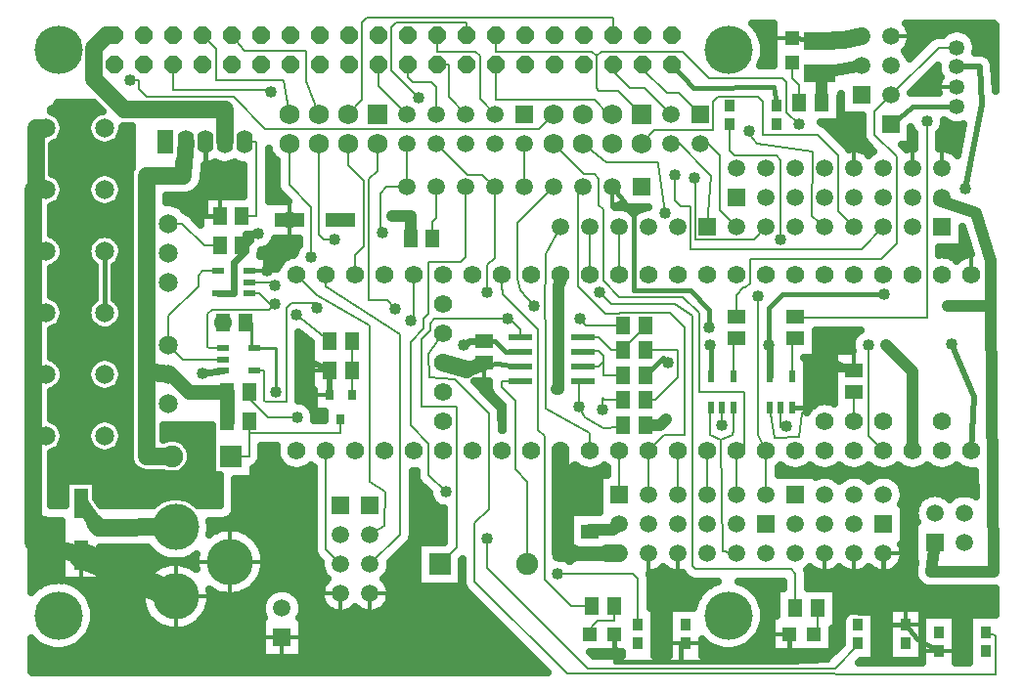
<source format=gtl>
G04 DipTrace 3.0.0.2*
G04 TeensyArbotixProRPIT3.6.gtl*
%MOIN*%
G04 #@! TF.FileFunction,Copper,L1,Top*
G04 #@! TF.Part,Single*
%AMOUTLINE0*5,1,8,0,0,0.065199,-22.499571*%
G04 #@! TA.AperFunction,ViaPad*
%ADD13C,0.04*%
G04 #@! TA.AperFunction,Conductor*
%ADD14C,0.01*%
%ADD15C,0.06*%
%ADD16C,0.023622*%
%ADD17C,0.015*%
%ADD18C,0.018*%
%ADD19C,0.008*%
%ADD20C,0.007*%
%ADD21C,0.09*%
%ADD22C,0.056*%
%ADD23C,0.059055*%
%ADD25C,0.075*%
%ADD26C,0.05*%
%ADD27C,0.051181*%
G04 #@! TA.AperFunction,CopperBalancing*
%ADD28C,0.025*%
G04 #@! TA.AperFunction,Conductor*
%ADD29C,0.02*%
%ADD30C,0.08*%
G04 #@! TA.AperFunction,CopperBalancing*
%ADD32C,0.013*%
%ADD33R,0.051181X0.059055*%
%ADD35R,0.05X0.1*%
%ADD36R,0.1X0.05*%
%ADD37R,0.059055X0.051181*%
%ADD38R,0.106299X0.062992*%
G04 #@! TA.AperFunction,ComponentPad*
%ADD39R,0.059055X0.059055*%
%ADD40C,0.059055*%
%ADD41R,0.068898X0.068898*%
%ADD42C,0.068898*%
%ADD43C,0.15748*%
%ADD46C,0.065199*%
%ADD47R,0.047244X0.047244*%
G04 #@! TA.AperFunction,ComponentPad*
%ADD48C,0.05315*%
%ADD50R,0.035433X0.03937*%
G04 #@! TA.AperFunction,ComponentPad*
%ADD51R,0.074803X0.074803*%
%ADD52C,0.074803*%
%ADD53R,0.031496X0.035433*%
%ADD55R,0.023622X0.043307*%
G04 #@! TA.AperFunction,ComponentPad*
%ADD56R,0.056X0.08*%
%ADD57O,0.056X0.08*%
%ADD59R,0.043307X0.023622*%
G04 #@! TA.AperFunction,ComponentPad*
%ADD60C,0.06194*%
%ADD61R,0.07874X0.023622*%
G04 #@! TA.AperFunction,ViaPad*
%ADD63C,0.165*%
G04 #@! TA.AperFunction,ComponentPad*
%ADD125OUTLINE0*%
%FSLAX26Y26*%
G04*
G70*
G90*
G75*
G01*
G04 Top*
%LPD*%
X2224202Y1403988D2*
D13*
X2230873D1*
Y1757429D1*
X2239961Y1766517D1*
Y1793701D1*
X1269961Y1393701D2*
D14*
Y1542898D1*
X1196260D1*
X3439961Y1193701D2*
D13*
Y1463701D1*
X3349961Y1553701D1*
X1196260Y1542898D2*
D14*
X1183903D1*
Y1631201D1*
X1164961D1*
X2439961Y943701D2*
D13*
X2419961Y923701D1*
X2339961D1*
Y918504D1*
X2597415Y1300826D2*
X2577792Y1281202D1*
X2527362D1*
X3539961Y2056201D2*
X3529685Y2045925D1*
X3654179Y2004112D1*
X3705935Y1841941D1*
Y1688193D1*
X3714961Y781201D1*
X3502461D1*
X3514961Y881201D1*
X719488Y2610630D2*
D15*
X690810D1*
X649130Y2568950D1*
Y2460666D1*
X752095Y2357701D1*
X1094461D1*
Y2246732D1*
X1664961Y1993701D2*
D13*
X1727559D1*
Y1918701D1*
X1071162Y1731201D2*
D16*
X1125961D1*
Y1835877D1*
X1164879Y1874795D1*
Y1933701D1*
X1209961D1*
X2102362Y1531201D2*
D17*
X2052461D1*
X2014961Y1568701D1*
X1977461D1*
X2952559Y1446851D2*
D16*
Y1551103D1*
X2949961Y1553701D1*
X1209961Y1933701D2*
X1183628D1*
Y1912292D1*
X1152461Y1881125D1*
Y1893701D1*
X1977461Y1568701D2*
X1927461D1*
X1909961Y1551201D1*
Y1553701D1*
X2749961D2*
D17*
X2752559Y1551103D1*
Y1446851D1*
X1489961Y1981201D2*
D13*
D3*
X2949961Y1553701D2*
D18*
Y1680336D1*
X2995813Y1726188D1*
X3340414D1*
X3558267Y1688193D2*
D13*
X3705935D1*
X3122449Y2481201D2*
X3264961Y2506201D1*
X3122449Y2481201D2*
X3127264D1*
Y2381201D1*
X1341625Y1306299D2*
D19*
X1241082D1*
X1177362Y1370019D1*
Y1392898D1*
X3239961Y1293701D2*
Y1393898D1*
X2229961Y773701D2*
X2485961D1*
X2503248Y756414D1*
Y600197D1*
X1989961Y893701D2*
Y795722D1*
X2333536Y452147D1*
X3174407D1*
X3253544Y531284D1*
Y537205D1*
X2147966Y1688960D2*
X2101231Y1741641D1*
X2091563Y1779341D1*
Y1970303D1*
X2214961Y2093701D1*
X2239961Y1956201D2*
X2187099Y1865280D1*
X2185929Y1657071D1*
X2187730Y1623150D1*
Y1335844D1*
X2339961Y1254970D1*
Y1193701D1*
X1514961Y2242095D2*
Y2167701D1*
X1569961Y2112701D1*
Y1889701D1*
X1539961Y1859701D1*
Y1793701D1*
X1469961Y1913701D2*
X1431961D1*
X1414961Y1930701D1*
Y2242095D1*
X1989961Y1733701D2*
Y1826701D1*
X2014961Y1851701D1*
Y2093701D1*
X2439961Y1793701D2*
Y1956201D1*
X2014961Y2093701D2*
X1972961Y2135701D1*
X1921355D1*
X1814961Y2242095D1*
X2339961Y1956201D2*
Y1793701D1*
X1633477Y1938307D2*
X1624019D1*
Y2071759D1*
X1645961Y2093701D1*
X1714961D1*
Y2242095D1*
X2439961Y1043701D2*
Y1193701D1*
X1914961Y2093701D2*
Y1853701D1*
X1898961Y1837701D1*
X1789961D1*
Y1662209D1*
X1772194Y1644442D1*
Y1609967D1*
X1727402Y1565175D1*
Y1281260D1*
X1789961Y1218701D1*
Y1109609D1*
X1849961Y1053701D1*
X2314961Y2093701D2*
Y2083621D1*
X2298440D1*
D20*
Y1755659D1*
D19*
X2391921Y1662177D1*
X2439991D1*
X2438490Y1663679D1*
X2611935D1*
X2661171Y1614442D1*
Y1247185D1*
X2593445D1*
X2539961Y1193701D1*
Y1043701D1*
X2639961D2*
Y1193701D1*
X2739961Y1043701D2*
Y1193701D1*
X2839961Y1043701D2*
Y1193701D1*
X2865613D1*
Y1393963D1*
X2711012D1*
Y1663742D1*
X2656267Y1718487D1*
X2439540D1*
X2384683Y1773344D1*
Y2016979D1*
X2369961Y2031701D1*
Y2121701D1*
X2353961Y2137701D1*
X2319355D1*
X2214961Y2242095D1*
X2939961Y1043701D2*
Y1193701D1*
X2911744Y1248656D1*
Y1719925D1*
X2594166Y2005491D2*
X2570629Y2171038D1*
X2571769Y2178642D1*
X2394167D1*
X2314961Y2242095D1*
X2114961Y2093701D2*
Y2242095D1*
X3339961Y1956201D2*
X3265461Y1881701D1*
X2681544D1*
Y2026887D1*
X2649626D1*
X2629439Y2047075D1*
Y2136399D1*
X2632659D1*
X2629961Y2133701D1*
X3339961Y1193701D2*
X3289961Y1243701D1*
Y1553701D1*
X1676862Y1677230D2*
X1647154Y1706939D1*
X1585961D1*
Y2119701D1*
X1614961Y2148701D1*
Y2242095D1*
X1264961Y1756201D2*
X1252559Y1768603D1*
X1177461D1*
X1407950Y1680806D2*
Y1696298D1*
X1321050D1*
X1303885Y1679133D1*
Y1359231D1*
X1236431D1*
X1229961Y1365701D1*
Y1468095D1*
X1196260D1*
X1177461Y1731201D2*
X1211961D1*
X1249461Y1693701D1*
X1264961D1*
X1246961Y1675701D1*
X1051961D1*
X1035961Y1659701D1*
Y1547701D1*
X1040764Y1542898D1*
X1089961D1*
X1729961Y1638307D2*
X1739961Y1648307D1*
Y1793701D1*
X1340017Y1658364D2*
X1452559Y1568701D1*
X3239961Y1956201D2*
X3183961Y2012201D1*
Y2201701D1*
X3113973Y2271689D1*
X2927961D1*
Y2385701D1*
X2911961Y2401701D1*
X2773961D1*
X2757961Y2385701D1*
Y2287012D1*
X2559878D1*
X2514961Y2242095D1*
X1439961Y1793701D2*
Y1754900D1*
X1691504Y1592247D1*
Y907744D1*
X1589961Y806201D1*
Y906201D2*
X1639294Y938072D1*
X1642537Y1055662D1*
X1589721Y1088309D1*
Y1621942D1*
X1409135Y1724526D1*
X1339961Y1793701D1*
X1489961Y806201D2*
X1439961Y856201D1*
Y1193701D1*
X3139961Y1956201D2*
X3094983Y1993701D1*
X3097937Y2213837D1*
X2907608Y2242298D1*
X2882662Y2275491D1*
Y2283876D1*
X2939961Y1956201D2*
X2897461Y1913701D1*
X2697961D1*
Y2122013D1*
X2696766Y2123207D1*
X2839961Y1956201D2*
X2781961Y2014201D1*
Y2201701D1*
X2741567Y2242095D1*
X2714961D1*
X2739961Y1956201D2*
X2752513Y2131862D1*
X2628621Y2255755D1*
X2614961Y2242095D1*
X1389961Y1853701D2*
Y2025701D1*
X1314961Y2100701D1*
Y2242095D1*
X2381281Y1333981D2*
Y1372521D1*
X2387600Y1366202D1*
X2452559D1*
X685583Y1663701D2*
D17*
Y1873701D1*
X1071162Y1806004D2*
D19*
X1020264D1*
X1003961Y1789701D1*
Y1755201D1*
X902461Y1653701D1*
Y1553701D1*
Y1968701D2*
X949961D1*
X1024961Y1893701D1*
X1077658D1*
X902461Y1553701D2*
X950666Y1505496D1*
X1089961D1*
X603711Y837685D2*
D21*
X654146Y815746D1*
X927461Y696851D1*
X3122449Y2591437D2*
D15*
X3206576Y2594593D1*
D23*
X3264961Y2606201D1*
X1314961Y1981201D2*
D15*
D3*
X1027461Y2246732D2*
D17*
Y1993701D1*
X1077658D1*
X1090158Y1631201D2*
D15*
D3*
X1839961Y1493701D2*
X1920009Y1471984D1*
D27*
X1977461Y1493898D1*
D17*
X1966562Y1482999D1*
X2025588Y1490411D1*
X2089961Y1481201D1*
X2102362D1*
X2527362Y1451202D2*
X2587492Y1511332D1*
X2605122Y1493701D1*
X3027362Y1340551D2*
X3069137Y1342303D1*
X3078698Y1342705D1*
X3102461Y1343701D1*
X3095075Y1442595D1*
X3204676Y1479128D1*
X3239961Y1468701D1*
X3152461Y1506201D1*
X3027461Y2601378D2*
X3080914Y2597128D1*
X3122449Y2591437D1*
X2976378Y2369193D2*
X2967309Y2418044D1*
X2965264Y2432849D1*
X2692750Y2432024D1*
X2619488Y2510630D1*
X1177461Y1806004D2*
D14*
X1239658D1*
X2414961Y2093701D2*
D17*
X2451764Y2046914D1*
X2488897Y1999708D1*
Y1740187D1*
X2680970D1*
X2746694Y1674462D1*
Y1614301D1*
X3339961Y843701D2*
Y638986D1*
Y600197D1*
X3414961D1*
X3456664Y552008D1*
X3486545Y535394D1*
X3528248Y512205D1*
X2422638Y568701D2*
X2426083Y487670D1*
Y475059D1*
X2649583D1*
Y534156D1*
X2664666Y537205D1*
X3019784Y568701D2*
Y475059D1*
X2649583D1*
X3019784D2*
X3150238Y480481D1*
X3191229Y611885D1*
X3222962Y643618D1*
X3339961Y638986D1*
X2752559Y1340551D2*
D19*
X2748171D1*
Y1247948D1*
X2784609Y1232341D1*
X2791811Y849386D1*
X2839961Y843701D1*
X2827362Y1340551D2*
Y1264801D1*
X2826419Y1248747D1*
X2786299Y1231583D1*
X2784609Y1232341D1*
X2952559Y1340551D2*
X2962135Y1278681D1*
X2968525Y1236708D1*
X3050759Y1241509D1*
X3062164Y1320141D1*
X3078698Y1342705D1*
X1089961Y1468095D2*
D16*
X1019588Y1458822D1*
X2339961Y843701D2*
D27*
X2399488D1*
D23*
X2439961D1*
X485583Y2293701D2*
D15*
X450344D1*
Y2083701D1*
X485583D1*
X442189D1*
Y1873701D1*
X485583D1*
X442189D2*
Y1663701D1*
X485583D1*
X441781D2*
Y1453701D1*
X485583D1*
X441781D2*
Y1243701D1*
X485583D1*
X443292D1*
Y879567D1*
X603711Y837685D1*
X2239961Y1193701D2*
Y843701D1*
X2280433D1*
D27*
X2339961D1*
X1452559Y1468701D2*
D29*
Y1383071D1*
Y1468701D2*
X1402143Y1492121D1*
X1355092Y1513977D1*
X2373345Y1733670D2*
D19*
X2412402Y1694613D1*
X2629953D1*
X2689708Y1653471D1*
Y799954D1*
X2699961Y789701D1*
X3023961D1*
X3040158Y773504D1*
Y656201D1*
X2346408Y662452D2*
X2273939D1*
X2183961Y752429D1*
Y1245023D1*
X2163267Y1265717D1*
Y1605969D1*
X2040990Y1728246D1*
Y1742672D1*
X2039961Y1743701D1*
Y1793701D1*
X2787782Y1282021D2*
Y1340551D1*
X2789961D1*
X3007368Y1275960D2*
Y1273923D1*
X2989961D1*
Y1340551D1*
X3589961Y2568701D2*
X3527461D1*
X3364961Y2406201D1*
X3309961Y2351201D1*
Y2271701D1*
X3383961Y2197701D1*
Y1899807D1*
X3331065Y1846911D1*
X2883679D1*
Y1765160D1*
X2867879Y1749361D1*
X2863621D1*
X2839961Y1725701D1*
Y1651103D1*
X3039961D2*
Y1647253D1*
X3487315D1*
Y2318297D1*
X3364961Y2306201D2*
D17*
X3410692Y2344310D1*
X3439961Y2368701D1*
X3589961D1*
X2339961Y568701D2*
D19*
X2321210D1*
X2364961Y612452D1*
X2421211D1*
Y662452D1*
X2839961Y1576299D2*
X2827362D1*
Y1446851D1*
X3102461Y568701D2*
X3114961Y581201D1*
Y656201D1*
X1161461Y2246732D2*
X1201961D1*
Y1993701D1*
X1152461D1*
X3027461Y2518701D2*
Y2465701D1*
X3052461Y2440701D1*
Y2381201D1*
X1177362Y1292898D2*
Y1254546D1*
Y1174839D1*
X1114961D1*
X1489961Y1300394D2*
Y1254546D1*
X1177362D1*
X1527362Y1468701D2*
Y1383071D1*
Y1568701D2*
Y1468701D1*
X2126673Y806201D2*
Y1087701D1*
X2083961Y1130414D1*
Y1365701D1*
X2037961Y1411701D1*
Y1431201D1*
X2102362D1*
X1827461Y806201D2*
X1883961Y862701D1*
Y1343701D1*
X1789961D1*
Y1344687D1*
X1763738D1*
Y1572608D1*
X1794079Y1602949D1*
Y1627549D1*
X1810232Y1643702D1*
X2057075D1*
X2064960D1*
X2102362Y1606299D1*
Y1581201D1*
X2452559Y1621202D2*
X2326807D1*
X2305135Y1642874D1*
X2452559Y1536202D2*
X2412960D1*
X2367961Y1581201D1*
X2314961D1*
X2452559Y1536202D2*
X2527362Y1621202D1*
Y1366202D2*
X2562462D1*
X2639961Y1443701D1*
Y1537156D1*
X2595916D1*
X2594962Y1536202D1*
X2527362D1*
X2314961Y1531201D2*
Y1534701D1*
X2369961D1*
X2385961Y1518701D1*
Y1497701D1*
X2369461Y1481201D1*
X2314961D1*
X2385961Y1497701D2*
Y1451202D1*
X2452559D1*
X3039961Y1576299D2*
X3027362D1*
Y1446851D1*
X1814961Y2093701D2*
Y1987701D1*
X1802362Y1975103D1*
Y1918701D1*
X1839961Y1593701D2*
X1789306Y1524112D1*
X1793295Y1444314D1*
X1878414Y1436335D1*
X1994603Y1320146D1*
Y995151D1*
X1946659Y947208D1*
Y746545D1*
X2260771Y432433D1*
X3167910D1*
X3182540Y429667D1*
X3723250D1*
Y565206D1*
X3689666Y575197D1*
X2989961Y1913701D2*
Y2185701D1*
X2973961Y2201701D1*
X2831961D1*
X2814961Y2218701D1*
Y2306201D1*
X2419488Y2510630D2*
Y2487250D1*
X2475673Y2431065D1*
X2525991D1*
X2614961Y2342095D1*
X2519488Y2510630D2*
Y2495672D1*
X2601460Y2413701D1*
X2643355D1*
X2714961Y2342095D1*
X1119488Y2610630D2*
X1162624Y2558441D1*
X1370647D1*
Y2452967D1*
X1414961Y2342095D1*
X1619488Y2510630D2*
Y2437567D1*
X1714961Y2342095D1*
X1719488Y2510630D2*
Y2467702D1*
X1736454Y2450736D1*
X1797961D1*
X1814961Y2433736D1*
Y2342095D1*
X1819488Y2510630D2*
X1857961D1*
Y2399095D1*
X1914961Y2342095D1*
X2014961D2*
X1963961Y2393095D1*
Y2539701D1*
X1947961Y2555701D1*
X1819488D1*
Y2610630D1*
X1754760Y2397398D2*
X1661961Y2490197D1*
Y2637701D1*
X1677961Y2653701D1*
X1919488D1*
Y2610630D1*
X2414961Y2342095D2*
X2403058D1*
X2355743Y2389410D1*
X2019488D1*
Y2510630D1*
Y2610630D2*
Y2555701D1*
X2345961D1*
X2361961Y2539701D1*
Y2430120D1*
X2370164Y2421916D1*
X2435139D1*
X2514961Y2342095D1*
X2361961Y2539701D2*
X2377961Y2555701D1*
X2653961D1*
X2743961Y2465701D1*
X2993961D1*
X3009961Y2449701D1*
Y2348701D1*
X3052461Y2306201D1*
X771171Y2455984D2*
X800365D1*
Y2426790D1*
X827415Y2399740D1*
X1125921D1*
X1233383Y2292278D1*
X2165145D1*
X2214961Y2342095D1*
X1514961D2*
X1561961Y2389095D1*
Y2653701D1*
X1577961Y2669701D1*
X2419488D1*
Y2610630D1*
X919488Y2510630D2*
Y2424738D1*
X1239778D1*
Y2418488D1*
X1252370D1*
X1019488Y2610630D2*
X1066919Y2563200D1*
Y2457903D1*
X1296058D1*
X1314961Y2342095D1*
X2302461Y1343701D2*
Y1431201D1*
X2314961D1*
X2302461Y1343701D2*
X2320705Y1307996D1*
X2385641Y1271982D1*
X2440208Y1275256D1*
X2452559Y1281202D1*
X585583Y1243701D2*
D25*
Y1136351D1*
X702461D1*
D15*
Y1086082D1*
D30*
X972286D1*
D15*
X1014961Y1128756D1*
Y1174839D1*
X585583Y2293701D2*
D25*
Y2083701D1*
Y1873701D1*
Y1663701D1*
Y1453701D1*
Y1243701D1*
X902461Y1453701D2*
D27*
X912760D1*
X973563Y1392898D1*
X1102559D1*
Y1292898D1*
X914961Y1174839D2*
D15*
X828381D1*
Y1464797D1*
Y2131201D1*
X953028D1*
X955966Y2176877D1*
D22*
X960461Y2246732D1*
X902461Y1453701D2*
D15*
X828381Y1464797D1*
X603711Y1012685D2*
D26*
X651780Y948736D1*
D15*
X664961Y931201D1*
X927461Y933071D1*
X3639961Y1193701D2*
D29*
X3647461Y1377120D1*
X3572797Y1555802D1*
X3617827Y2088307D2*
X3674814Y2375519D1*
X3667975Y2503167D1*
X3589961Y2503701D1*
D13*
X1489961Y1981201D3*
X3340414Y1726188D3*
D3*
X3558267Y1688193D3*
X2147966Y1688960D3*
X2911744Y1719925D3*
X2594166Y2005491D3*
X1340017Y1658364D3*
X2882662Y2283876D3*
X1314961Y1981201D3*
X1090158Y1631201D3*
X2605122Y1493701D3*
X3152461Y1506201D3*
X1239658Y1806004D3*
X2746694Y1614301D3*
X1019588Y1458822D3*
X1355092Y1513977D3*
X3487315Y2318297D3*
X2305135Y1642874D3*
X2057075Y1643702D3*
X1252370Y2418488D3*
X3572797Y1555802D3*
X3617827Y2088307D3*
D63*
X2811221Y631496D3*
X527756D3*
Y2560630D3*
X2811221D3*
D13*
X3349961Y1553701D3*
X1269961Y1393701D3*
X2224202Y1403988D3*
X2597415Y1300826D3*
X1664961Y1993701D3*
X1909961Y1553701D3*
X2749961D3*
X2949961D3*
X1209961Y1933701D3*
X1341625Y1306299D3*
X2229961Y773701D3*
X1989961Y893701D3*
Y1733701D3*
X1633477Y1938307D3*
X1849961Y1053701D3*
X2629961Y2133701D3*
X3289961Y1553701D3*
X1676862Y1677230D3*
X1264961Y1756201D3*
X1407950Y1680806D3*
X1729961Y1638307D3*
X1264961Y1693701D3*
X2696766Y2123207D3*
X2381281Y1333981D3*
X2373345Y1733670D3*
X2787782Y1282021D3*
X3007368Y1275960D3*
X2989961Y1913701D3*
X1754760Y2397398D3*
X3052461Y2306201D3*
X771171Y2455984D3*
X2302461Y1343701D3*
X1469961Y1913701D3*
X1389961Y1853701D3*
X2915337Y2626332D2*
D28*
X2962827D1*
X3432427D2*
X3557261D1*
X3622661D2*
X3718686D1*
X2927641Y2601463D2*
X2962827D1*
X3435307D2*
X3497886D1*
X3648686D2*
X3718686D1*
X2933647Y2576595D2*
X2962827D1*
X3428716D2*
X3472788D1*
X3657036D2*
X3718686D1*
X2934380Y2551726D2*
X2962827D1*
X3418022D2*
X3447886D1*
X3660112D2*
X3718686D1*
X2929888Y2526857D2*
X2962827D1*
X3498442Y2477120D2*
X3528061D1*
X3473589Y2452251D2*
X3525083D1*
X3448735Y2427382D2*
X3522690D1*
X3193852Y2327907D2*
X3264975D1*
X3145171Y2303038D2*
X3264975D1*
X3546294D2*
X3608481D1*
X3170073Y2278170D2*
X3264975D1*
X3532378D2*
X3603550D1*
X3194927Y2253301D2*
X3269175D1*
X3532280D2*
X3598618D1*
X3219487Y2228432D2*
X3290659D1*
X3415825D2*
X3442319D1*
X3532280D2*
X3593686D1*
X1246929Y2178694D2*
X1269956D1*
X1025591Y2153826D2*
X1156968D1*
X1246929D2*
X1269956D1*
X1024028Y2128957D2*
X1156968D1*
X1246929D2*
X1269956D1*
X1018413Y2104088D2*
X1156968D1*
X1246929D2*
X1269956D1*
X1000102Y2079219D2*
X1156968D1*
X1246929D2*
X1275815D1*
X899370Y2054351D2*
X1011069D1*
X1246929D2*
X1298716D1*
X941850Y2029482D2*
X1011069D1*
X975151Y2004613D2*
X1011069D1*
X1263530Y1905138D2*
X1344956D1*
X1236284Y1880269D2*
X1335337D1*
X3532280D2*
X3629819D1*
X1240093Y1855400D2*
X1305552D1*
X3574370D2*
X3605552D1*
X1240093Y1830532D2*
X1278550D1*
X1348882Y1581844D2*
X1365366D1*
X3110503D2*
X3236167D1*
X1348882Y1556975D2*
X1385972D1*
X3110503D2*
X3229038D1*
X1348882Y1532107D2*
X1385972D1*
X3110503D2*
X3169419D1*
X1348882Y1507238D2*
X1385972D1*
X3072368D2*
X3169419D1*
X1348882Y1482369D2*
X1385972D1*
X3080180D2*
X3169419D1*
X1348882Y1457500D2*
X1385972D1*
X3080180D2*
X3169419D1*
X1348882Y1432631D2*
X1385972D1*
X3080180D2*
X3169419D1*
X1348882Y1407763D2*
X1385972D1*
X1969585D2*
X1993149D1*
X3080180D2*
X3169419D1*
X1348882Y1382894D2*
X1395835D1*
X3080180D2*
X3169419D1*
X1371440Y1358025D2*
X1395835D1*
X3080180D2*
X3111216D1*
X1402593Y1308288D2*
X1433237D1*
X1222368Y1208813D2*
X1269663D1*
X1222368Y1183944D2*
X1268686D1*
X1219341Y1159075D2*
X1277231D1*
X1193364Y1134206D2*
X1301597D1*
X1378325D2*
X1394995D1*
X2278325D2*
X2301597D1*
X2378325D2*
X2394995D1*
X2984966D2*
X3001597D1*
X3078325D2*
X3101597D1*
X3178325D2*
X3201597D1*
X3278325D2*
X3301597D1*
X3378325D2*
X3401597D1*
X3478325D2*
X3501597D1*
X3578325D2*
X3601597D1*
X1193364Y1109337D2*
X1394956D1*
X2228960D2*
X2369419D1*
X3160356D2*
X3219565D1*
X3260356D2*
X3319565D1*
X3360356D2*
X3650718D1*
X1130962Y1084469D2*
X1394956D1*
X1736479D2*
X1753208D1*
X2228960D2*
X2369419D1*
X3396929D2*
X3650962D1*
X1130962Y1059600D2*
X1394956D1*
X1736479D2*
X1778794D1*
X2228960D2*
X2369419D1*
X3408598D2*
X3651206D1*
X1130962Y1034731D2*
X1394956D1*
X1736479D2*
X1792124D1*
X2228960D2*
X2369419D1*
X3409917D2*
X3470493D1*
X1130962Y1009862D2*
X1394956D1*
X1736479D2*
X1808725D1*
X2228960D2*
X2369419D1*
X3410503D2*
X3450766D1*
X1129936Y984994D2*
X1394956D1*
X1736479D2*
X1838950D1*
X2228960D2*
X2369419D1*
X3410503D2*
X3444516D1*
X438725Y960125D2*
X468638D1*
X1111284D2*
X1394956D1*
X1736479D2*
X1838950D1*
X2228960D2*
X2269419D1*
X3410503D2*
X3447788D1*
X438725Y935256D2*
X537729D1*
X1047173D2*
X1394956D1*
X1736479D2*
X1838950D1*
X2228960D2*
X2269419D1*
X3410503D2*
X3444419D1*
X438725Y910387D2*
X537729D1*
X1183110D2*
X1394956D1*
X1736479D2*
X1838950D1*
X2228960D2*
X2269419D1*
X3410503D2*
X3444419D1*
X438725Y885519D2*
X537729D1*
X1208647D2*
X1394956D1*
X1730229D2*
X1838950D1*
X2228960D2*
X2269419D1*
X3410503D2*
X3444419D1*
X438725Y860650D2*
X537729D1*
X669731D2*
X832749D1*
X1222954D2*
X1394956D1*
X1706987D2*
X1749057D1*
X2228960D2*
X2269419D1*
X3408354D2*
X3444419D1*
X438725Y835781D2*
X537729D1*
X669731D2*
X859555D1*
X1230376D2*
X1400180D1*
X1682134D2*
X1749057D1*
X2228960D2*
X2269419D1*
X3410014D2*
X3444419D1*
X438725Y810912D2*
X537729D1*
X669731D2*
X897837D1*
X957085D2*
X992807D1*
X1232182D2*
X1419614D1*
X1660307D2*
X1749057D1*
X3402055D2*
X3444712D1*
X438725Y786044D2*
X537729D1*
X669731D2*
X848862D1*
X1228618D2*
X1422495D1*
X1657427D2*
X1749057D1*
X2578569D2*
X2601352D1*
X3083257D2*
X3101352D1*
X3178569D2*
X3201352D1*
X3278569D2*
X3301352D1*
X3378569D2*
X3441684D1*
X438725Y761175D2*
X537729D1*
X669731D2*
X826938D1*
X1219194D2*
X1436460D1*
X1643462D2*
X1749057D1*
X2547954D2*
X2665903D1*
X3085161D2*
X3445005D1*
X438725Y736306D2*
X464780D1*
X590727D2*
X814536D1*
X1201958D2*
X1426450D1*
X1653472D2*
X1749057D1*
X2548247D2*
X2748276D1*
X2874175D2*
X2995151D1*
X3085161D2*
X3462485D1*
X621098Y711437D2*
X808628D1*
X1170024D2*
X1247739D1*
X1332182D2*
X1419614D1*
X1660307D2*
X1919175D1*
X2548247D2*
X2717905D1*
X2904546D2*
X2973569D1*
X3181548D2*
X3718686D1*
X637993Y686568D2*
X808188D1*
X1046733D2*
X1226597D1*
X1353325D2*
X1422348D1*
X1657573D2*
X1944028D1*
X2548247D2*
X2700962D1*
X2921440D2*
X2973569D1*
X3181548D2*
X3718686D1*
X647417Y661700D2*
X813120D1*
X1041802D2*
X1219663D1*
X1360259D2*
X1436020D1*
X1643901D2*
X1968930D1*
X2548247D2*
X2691538D1*
X2930913D2*
X2973569D1*
X3181548D2*
X3718686D1*
X651128Y636831D2*
X824253D1*
X1030669D2*
X1222251D1*
X1357671D2*
X1993784D1*
X2561968D2*
X2605942D1*
X2934624D2*
X2973569D1*
X3181548D2*
X3194858D1*
X3312261D2*
X3356235D1*
X3473686D2*
X3718686D1*
X649663Y611962D2*
X844077D1*
X1010845D2*
X1219419D1*
X1360503D2*
X2018638D1*
X2561968D2*
X2605942D1*
X2933110D2*
X2955161D1*
X3181548D2*
X3194858D1*
X3312261D2*
X3356235D1*
X3586968D2*
X3630942D1*
X642827Y587093D2*
X883725D1*
X971196D2*
X1219419D1*
X1360503D2*
X2043540D1*
X2561968D2*
X2605942D1*
X2926274D2*
X2955161D1*
X3167095D2*
X3194809D1*
X3312261D2*
X3356235D1*
X3586968D2*
X3630942D1*
X629448Y562225D2*
X1219419D1*
X1360503D2*
X2068393D1*
X2561968D2*
X2605942D1*
X2912944D2*
X2955161D1*
X3167095D2*
X3194809D1*
X3312261D2*
X3356235D1*
X3586968D2*
X3630942D1*
X606255Y537356D2*
X1219419D1*
X1360503D2*
X2093247D1*
X2561968D2*
X2605942D1*
X2889751D2*
X2955161D1*
X3167095D2*
X3194809D1*
X3312261D2*
X3356235D1*
X3586968D2*
X3630942D1*
X438725Y512487D2*
X503403D1*
X552104D2*
X1219419D1*
X1360503D2*
X2118149D1*
X2561968D2*
X2605942D1*
X2723393D2*
X2786850D1*
X2835600D2*
X2955161D1*
X3312261D2*
X3356235D1*
X3586968D2*
X3630942D1*
X438725Y487618D2*
X2143003D1*
X3312261D2*
X3356235D1*
X3586968D2*
X3630942D1*
X438725Y462750D2*
X2167856D1*
X442192Y437881D2*
X2192759D1*
X540219Y924185D2*
X539961Y955201D1*
X486940Y955320D1*
X480973Y956265D1*
X475228Y958132D1*
X469845Y960874D1*
X464957Y964425D1*
X460685Y968697D1*
X457134Y973585D1*
X454391Y978968D1*
X452525Y984713D1*
X451580Y990680D1*
X451461Y1068701D1*
X451262Y1181434D1*
X442872Y1186860D1*
X436190Y1192574D1*
X436201Y710630D1*
X442196Y717056D1*
X449173Y723505D1*
X456634Y729387D1*
X464534Y734666D1*
X472823Y739308D1*
X481451Y743286D1*
X490365Y746574D1*
X499509Y749153D1*
X508828Y751007D1*
X518263Y752123D1*
X527756Y752496D1*
X540235Y751770D1*
X540221Y926185D1*
X667212Y862738D2*
Y749185D1*
X556003Y749153D1*
X565147Y746574D1*
X574061Y743286D1*
X582689Y739308D1*
X590978Y734666D1*
X598878Y729387D1*
X606339Y723505D1*
X613316Y717056D1*
X619765Y710079D1*
X625647Y702618D1*
X630926Y694719D1*
X635568Y686429D1*
X639546Y677801D1*
X642834Y668887D1*
X645413Y659743D1*
X647266Y650425D1*
X648383Y640990D1*
X648756Y631496D1*
X648383Y622003D1*
X647266Y612568D1*
X645413Y603249D1*
X642834Y594105D1*
X639546Y585192D1*
X635568Y576563D1*
X630926Y568274D1*
X625647Y560374D1*
X619765Y552913D1*
X613316Y545936D1*
X606339Y539487D1*
X598878Y533605D1*
X590978Y528327D1*
X582689Y523684D1*
X574061Y519707D1*
X565147Y516418D1*
X556003Y513840D1*
X546685Y511986D1*
X537250Y510869D1*
X527756Y510496D1*
X518263Y510869D1*
X508828Y511986D1*
X499509Y513840D1*
X490365Y516418D1*
X481451Y519707D1*
X472823Y523684D1*
X464534Y528327D1*
X456634Y533605D1*
X449173Y539487D1*
X442196Y545936D1*
X436175Y552450D1*
X436201Y446370D1*
X436818Y441800D1*
X438691Y438614D1*
X441907Y436788D1*
X446587Y436188D1*
X2196888Y436201D1*
X1914342Y718943D1*
X1910422Y724339D1*
X1907394Y730281D1*
X1905333Y736623D1*
X1904290Y743210D1*
X1904159Y809045D1*
Y822766D1*
X1903363Y819602D1*
Y730299D1*
X1751559D1*
Y882102D1*
X1841452D1*
X1841461Y995855D1*
X1831883Y998064D1*
X1823402Y1001577D1*
X1815575Y1006374D1*
X1808595Y1012335D1*
X1802633Y1019316D1*
X1797837Y1027143D1*
X1794324Y1035624D1*
X1792181Y1044550D1*
X1791607Y1049990D1*
X1758637Y1080885D1*
X1754530Y1086138D1*
X1751294Y1091970D1*
X1749011Y1098236D1*
X1747736Y1104782D1*
X1747461Y1124599D1*
X1739961Y1124231D1*
X1733981Y1124508D1*
X1733873Y904410D1*
X1732830Y897823D1*
X1730769Y891480D1*
X1727741Y885538D1*
X1723822Y880143D1*
X1677362Y833498D1*
X1657578Y813714D1*
X1657988Y806201D1*
X1657151Y795559D1*
X1654659Y785179D1*
X1650574Y775317D1*
X1644996Y766215D1*
X1638064Y758098D1*
X1636056Y756243D1*
X1642113Y749880D1*
X1647948Y741771D1*
X1652533Y732894D1*
X1655768Y723441D1*
X1657583Y713616D1*
X1657942Y703702D1*
X1656843Y693771D1*
X1654301Y684109D1*
X1650372Y674923D1*
X1645139Y666412D1*
X1638716Y658759D1*
X1631241Y652130D1*
X1622876Y646667D1*
X1613801Y642488D1*
X1604212Y639683D1*
X1594315Y638313D1*
X1584325Y638407D1*
X1574456Y639964D1*
X1564921Y642949D1*
X1555927Y647299D1*
X1547666Y652919D1*
X1540318Y659689D1*
X1539972Y660073D1*
X1533200Y653683D1*
X1525041Y647916D1*
X1516126Y643407D1*
X1506646Y640251D1*
X1496807Y638519D1*
X1486819Y638246D1*
X1476900Y639439D1*
X1467262Y642072D1*
X1458114Y646088D1*
X1449653Y651401D1*
X1442061Y657896D1*
X1435502Y665433D1*
X1430118Y673849D1*
X1426025Y682964D1*
X1423311Y692579D1*
X1422035Y702488D1*
X1422223Y712477D1*
X1423873Y722331D1*
X1426949Y731837D1*
X1431383Y740790D1*
X1437081Y748997D1*
X1443842Y756206D1*
X1438232Y762021D1*
X1431958Y770657D1*
X1427112Y780168D1*
X1423813Y790320D1*
X1422143Y800864D1*
Y811538D1*
X1422396Y813673D1*
X1407644Y828599D1*
X1403724Y833995D1*
X1400696Y839937D1*
X1398635Y846280D1*
X1397592Y852866D1*
X1397461Y918701D1*
Y1138769D1*
X1389985Y1145502D1*
X1385078Y1140876D1*
X1376259Y1134468D1*
X1366546Y1129519D1*
X1356178Y1126151D1*
X1345411Y1124445D1*
X1334510D1*
X1323743Y1126151D1*
X1313376Y1129519D1*
X1303663Y1134468D1*
X1294844Y1140876D1*
X1287136Y1148584D1*
X1280728Y1157403D1*
X1275779Y1167116D1*
X1272410Y1177484D1*
X1270705Y1188250D1*
Y1199152D1*
X1272410Y1209918D1*
X1273018Y1212072D1*
X1219892Y1212046D1*
X1219731Y1171504D1*
X1218688Y1164917D1*
X1216627Y1158575D1*
X1213600Y1152633D1*
X1209680Y1147237D1*
X1204964Y1142521D1*
X1199569Y1138602D1*
X1193272Y1135443D1*
X1190862Y1125740D1*
Y1098937D1*
X1128411D1*
X1128342Y990680D1*
X1127397Y984713D1*
X1125530Y978968D1*
X1122788Y973585D1*
X1119236Y968697D1*
X1114965Y964425D1*
X1110077Y960874D1*
X1104694Y958132D1*
X1098948Y956265D1*
X1092982Y955320D1*
X1042549Y955201D1*
X1044340Y942270D1*
X1044701Y933071D1*
X1044340Y923873D1*
X1042058Y908700D1*
X1052935Y915942D1*
X1064019Y921708D1*
X1075654Y926261D1*
X1087708Y929550D1*
X1100043Y931537D1*
X1112519Y932201D1*
X1124995Y931533D1*
X1137330Y929542D1*
X1149382Y926249D1*
X1161015Y921692D1*
X1172098Y915923D1*
X1182504Y909008D1*
X1192114Y901024D1*
X1200821Y892063D1*
X1208524Y882226D1*
X1215137Y871626D1*
X1220584Y860382D1*
X1224804Y848622D1*
X1227749Y836480D1*
X1229384Y824093D1*
X1229714Y812461D1*
X1228782Y800002D1*
X1226530Y787712D1*
X1222983Y775732D1*
X1218181Y764198D1*
X1212179Y753240D1*
X1205044Y742983D1*
X1196859Y733543D1*
X1187716Y725029D1*
X1177719Y717535D1*
X1166981Y711148D1*
X1155624Y705940D1*
X1143777Y701970D1*
X1131575Y699283D1*
X1119157Y697910D1*
X1106663Y697866D1*
X1094235Y699152D1*
X1082015Y701753D1*
X1070141Y705640D1*
X1058748Y710769D1*
X1047965Y717081D1*
X1042147Y721180D1*
X1044123Y708473D1*
X1044701Y696851D1*
X1044035Y684374D1*
X1042046Y672040D1*
X1038755Y659987D1*
X1034200Y648353D1*
X1028433Y637269D1*
X1021519Y626862D1*
X1013537Y617250D1*
X1004577Y608542D1*
X994742Y600837D1*
X984142Y594223D1*
X972899Y588774D1*
X961140Y584552D1*
X948998Y581606D1*
X936612Y579968D1*
X924122Y579658D1*
X911669Y580679D1*
X899396Y583019D1*
X887442Y586652D1*
X875942Y591536D1*
X865028Y597617D1*
X854822Y604824D1*
X845441Y613077D1*
X836992Y622281D1*
X829570Y632331D1*
X823260Y643115D1*
X818134Y654509D1*
X814249Y666384D1*
X811649Y678604D1*
X810365Y691032D1*
X810411Y703526D1*
X811786Y715944D1*
X814475Y728146D1*
X818447Y739992D1*
X823657Y751348D1*
X830045Y762085D1*
X837541Y772081D1*
X846057Y781223D1*
X855498Y789406D1*
X865756Y796539D1*
X876715Y802539D1*
X888250Y807339D1*
X900231Y810885D1*
X912520Y813135D1*
X924980Y814065D1*
X937467Y813663D1*
X949841Y811935D1*
X961961Y808900D1*
X973689Y804592D1*
X984892Y799061D1*
X995443Y792369D1*
X997814Y790631D1*
X996016Y801669D1*
X995263Y814140D1*
X995841Y826621D1*
X997814Y839284D1*
X988719Y833107D1*
X980687Y828609D1*
X972327Y824755D1*
X963690Y821569D1*
X954830Y819070D1*
X945801Y817274D1*
X936659Y816192D1*
X927461Y815831D1*
X918262Y816192D1*
X909120Y817274D1*
X900092Y819070D1*
X891232Y821569D1*
X882595Y824755D1*
X874235Y828609D1*
X866203Y833107D1*
X858549Y838222D1*
X851319Y843921D1*
X844560Y850170D1*
X838311Y856930D1*
X832812Y863905D1*
X667164Y862715D1*
X1244439Y2044701D2*
X1310885D1*
X1282644Y2073099D1*
X1278724Y2078495D1*
X1275696Y2084437D1*
X1273635Y2090780D1*
X1272592Y2097366D1*
X1272461Y2163201D1*
Y2182781D1*
X1263378Y2190512D1*
X1255944Y2199216D1*
X1249963Y2208977D1*
X1245582Y2219552D1*
X1244447Y2223579D1*
X1244461Y2044731D1*
X1347475Y1917701D2*
X1266225D1*
X1264008Y1911314D1*
X1259840Y1903135D1*
X1254445Y1895708D1*
X1247954Y1889217D1*
X1240527Y1883822D1*
X1232348Y1879654D1*
X1223617Y1876817D1*
X1218275Y1875822D1*
X1216552Y1861728D1*
Y1856309D1*
X1237614Y1856315D1*
Y1811090D1*
X1244795Y1811103D1*
X1251304Y1813085D1*
X1260371Y1814521D1*
X1269551D1*
X1273524Y1814050D1*
X1278063Y1825240D1*
X1283759Y1834534D1*
X1290838Y1842824D1*
X1299128Y1849903D1*
X1308422Y1855599D1*
X1318493Y1859771D1*
X1329093Y1862316D1*
X1332181Y1862852D1*
X1334324Y1871778D1*
X1337837Y1880259D1*
X1342633Y1888086D1*
X1347462Y1893841D1*
X1347461Y1917715D1*
X2271934Y816182D2*
Y982594D1*
X2371982D1*
X2371934Y1111728D1*
X2397471D1*
X2397461Y1138769D1*
X2389985Y1145502D1*
X2385078Y1140876D1*
X2376259Y1134468D1*
X2366546Y1129519D1*
X2356178Y1126151D1*
X2345411Y1124445D1*
X2334510D1*
X2323743Y1126151D1*
X2313376Y1129519D1*
X2303663Y1134468D1*
X2294844Y1140876D1*
X2289985Y1145502D1*
X2283162Y1139298D1*
X2274911Y1133663D1*
X2265937Y1129270D1*
X2256426Y1126211D1*
X2246574Y1124547D1*
X2236585Y1124313D1*
X2226447Y1125562D1*
X2226461Y832083D1*
X2234551Y832021D1*
X2243617Y830585D1*
X2252348Y827748D1*
X2260527Y823580D1*
X2267954Y818185D1*
X2270101Y816199D1*
X2653876Y777117D2*
X2644315Y775813D1*
X2634325Y775907D1*
X2624456Y777464D1*
X2614921Y780449D1*
X2605927Y784799D1*
X2597666Y790419D1*
X2590318Y797189D1*
X2589972Y797573D1*
X2583200Y791183D1*
X2575041Y785416D1*
X2566126Y780907D1*
X2556646Y777751D1*
X2546807Y776019D1*
X2541105Y775692D1*
X2543668Y769547D1*
X2545225Y763062D1*
X2545748Y756414D1*
Y658416D1*
X2559465Y658382D1*
Y494657D1*
X2608487Y494647D1*
X2608449Y658382D1*
X2693264D1*
X2696143Y668887D1*
X2699431Y677801D1*
X2703409Y686429D1*
X2708051Y694719D1*
X2713330Y702618D1*
X2719212Y710079D1*
X2725661Y717056D1*
X2732637Y723505D1*
X2740099Y729387D1*
X2747998Y734666D1*
X2756288Y739308D1*
X2764916Y743286D1*
X2776080Y747209D1*
X2696626Y747332D1*
X2690039Y748375D1*
X2683697Y750436D1*
X2677755Y753464D1*
X2672359Y757384D1*
X2659656Y769902D1*
X2655114Y775288D1*
X3400000Y1011728D2*
X3407989D1*
Y875673D1*
X3400030D1*
X3404324Y865727D1*
X3406856Y856062D1*
X3407945Y846130D1*
X3407575Y836216D1*
X3405750Y826393D1*
X3402505Y816944D1*
X3397912Y808072D1*
X3392068Y799968D1*
X3385100Y792807D1*
X3377159Y786745D1*
X3368415Y781910D1*
X3359058Y778409D1*
X3349289Y776316D1*
X3339318Y775676D1*
X3329362Y776504D1*
X3319634Y778781D1*
X3310344Y782459D1*
X3301693Y787457D1*
X3293868Y793669D1*
X3289972Y797573D1*
X3283200Y791183D1*
X3275041Y785416D1*
X3266126Y780907D1*
X3256646Y777751D1*
X3246807Y776019D1*
X3236819Y775746D1*
X3226900Y776939D1*
X3217262Y779572D1*
X3208114Y783588D1*
X3199653Y788901D1*
X3192061Y795396D1*
X3189972Y797573D1*
X3183200Y791183D1*
X3175041Y785416D1*
X3166126Y780907D1*
X3156646Y777751D1*
X3146807Y776019D1*
X3136819Y775746D1*
X3126900Y776939D1*
X3117262Y779572D1*
X3108114Y783588D1*
X3099653Y788901D1*
X3092061Y795396D1*
X3089972Y797573D1*
X3083200Y791183D1*
X3079864Y788618D1*
X3082134Y780153D1*
X3082658Y773504D1*
Y724237D1*
X3179052Y724228D1*
Y588173D1*
X3164550D1*
X3164583Y506579D1*
X2957662D1*
Y630823D1*
X2976070D1*
X2976067Y724228D1*
X2997698D1*
X2997658Y747168D1*
X2846666Y747201D1*
X2857525Y743286D1*
X2866154Y739308D1*
X2874443Y734666D1*
X2882343Y729387D1*
X2889804Y723505D1*
X2896781Y717056D1*
X2903230Y710079D1*
X2909112Y702618D1*
X2914390Y694719D1*
X2919032Y686429D1*
X2923010Y677801D1*
X2926299Y668887D1*
X2928877Y659743D1*
X2930731Y650425D1*
X2931848Y640990D1*
X2932221Y631496D1*
X2931848Y622003D1*
X2930731Y612568D1*
X2928877Y603249D1*
X2926299Y594105D1*
X2923010Y585192D1*
X2919032Y576563D1*
X2914390Y568274D1*
X2909112Y560374D1*
X2903230Y552913D1*
X2896781Y545936D1*
X2889804Y539487D1*
X2882343Y533605D1*
X2874443Y528327D1*
X2866154Y523684D1*
X2857525Y519707D1*
X2848612Y516418D1*
X2839468Y513840D1*
X2830149Y511986D1*
X2820714Y510869D1*
X2811221Y510496D1*
X2801727Y510869D1*
X2792292Y511986D1*
X2782974Y513840D1*
X2773830Y516418D1*
X2764916Y519707D1*
X2756288Y523684D1*
X2747998Y528327D1*
X2740099Y533605D1*
X2732637Y539487D1*
X2725661Y545936D1*
X2720899Y551087D1*
X2721036Y494647D1*
X3156827D1*
X3197353Y535198D1*
X3197327Y658382D1*
X3309760D1*
Y479020D1*
X3261371D1*
X3254490Y472126D1*
X3472042Y472167D1*
Y570390D1*
X3471177D1*
Y479020D1*
X3358744D1*
Y658382D1*
X3471177D1*
X3471168Y542012D1*
X3472032D1*
Y633382D1*
X3584465D1*
Y472157D1*
X3633467Y472167D1*
X3633449Y633382D1*
X3721193D1*
X3721202Y723059D1*
X3714961Y722701D1*
X3497871Y722881D1*
X3488804Y724317D1*
X3480074Y727154D1*
X3471895Y731321D1*
X3464468Y736717D1*
X3457977Y743208D1*
X3452581Y750635D1*
X3448414Y758814D1*
X3445577Y767544D1*
X3444141Y776611D1*
X3444185Y786165D1*
X3447507Y813216D1*
X3446933Y813173D1*
Y949228D1*
X3454892D1*
X3450263Y960179D1*
X3447771Y970559D1*
X3446933Y981201D1*
X3447771Y991843D1*
X3450263Y1002223D1*
X3454348Y1012085D1*
X3459925Y1021187D1*
X3466858Y1029304D1*
X3474975Y1036236D1*
X3484077Y1041814D1*
X3493939Y1045899D1*
X3504319Y1048391D1*
X3514961Y1049229D1*
X3525603Y1048391D1*
X3535983Y1045899D1*
X3545845Y1041814D1*
X3554946Y1036236D1*
X3563064Y1029304D1*
X3564919Y1027297D1*
X3570780Y1032930D1*
X3579417Y1039204D1*
X3588928Y1044050D1*
X3599080Y1047349D1*
X3609623Y1049019D1*
X3620298D1*
X3630842Y1047349D1*
X3640994Y1044050D1*
X3650505Y1039204D1*
X3653923Y1036920D1*
X3653032Y1125475D1*
X3645411Y1124445D1*
X3634510D1*
X3623743Y1126151D1*
X3613376Y1129519D1*
X3603663Y1134468D1*
X3594844Y1140876D1*
X3589985Y1145502D1*
X3585078Y1140876D1*
X3576259Y1134468D1*
X3566546Y1129519D1*
X3556178Y1126151D1*
X3545411Y1124445D1*
X3534510D1*
X3523743Y1126151D1*
X3513376Y1129519D1*
X3503663Y1134468D1*
X3494844Y1140876D1*
X3489985Y1145502D1*
X3485078Y1140876D1*
X3476259Y1134468D1*
X3466546Y1129519D1*
X3456178Y1126151D1*
X3445411Y1124445D1*
X3434510D1*
X3423743Y1126151D1*
X3413376Y1129519D1*
X3403663Y1134468D1*
X3394844Y1140876D1*
X3389985Y1145502D1*
X3385078Y1140876D1*
X3376259Y1134468D1*
X3366546Y1129519D1*
X3356178Y1126151D1*
X3345411Y1124445D1*
X3334510D1*
X3323743Y1126151D1*
X3313376Y1129519D1*
X3303663Y1134468D1*
X3294844Y1140876D1*
X3289985Y1145502D1*
X3285078Y1140876D1*
X3276259Y1134468D1*
X3266546Y1129519D1*
X3256178Y1126151D1*
X3245411Y1124445D1*
X3234510D1*
X3223743Y1126151D1*
X3213376Y1129519D1*
X3203663Y1134468D1*
X3194844Y1140876D1*
X3189985Y1145502D1*
X3185078Y1140876D1*
X3176259Y1134468D1*
X3166546Y1129519D1*
X3156178Y1126151D1*
X3145411Y1124445D1*
X3134510D1*
X3123743Y1126151D1*
X3113376Y1129519D1*
X3103663Y1134468D1*
X3094844Y1140876D1*
X3089985Y1145502D1*
X3085078Y1140876D1*
X3076259Y1134468D1*
X3066546Y1129519D1*
X3056178Y1126151D1*
X3045411Y1124445D1*
X3034510D1*
X3023743Y1126151D1*
X3013376Y1129519D1*
X3003663Y1134468D1*
X2994844Y1140876D1*
X2989985Y1145502D1*
X2982451Y1138805D1*
X2982461Y1111719D1*
X3107989Y1111728D1*
Y1103769D1*
X3118939Y1108399D1*
X3129319Y1110891D1*
X3139961Y1111729D1*
X3150603Y1110891D1*
X3160983Y1108399D1*
X3170845Y1104314D1*
X3179946Y1098736D1*
X3188064Y1091804D1*
X3189919Y1089797D1*
X3195780Y1095430D1*
X3204417Y1101704D1*
X3213928Y1106550D1*
X3224080Y1109849D1*
X3234623Y1111519D1*
X3245298D1*
X3255842Y1109849D1*
X3265994Y1106550D1*
X3275505Y1101704D1*
X3284141Y1095430D1*
X3289919Y1089797D1*
X3295780Y1095430D1*
X3304417Y1101704D1*
X3313928Y1106550D1*
X3324080Y1109849D1*
X3334623Y1111519D1*
X3345298D1*
X3355842Y1109849D1*
X3365994Y1106550D1*
X3375505Y1101704D1*
X3384141Y1095430D1*
X3391689Y1087881D1*
X3397964Y1079245D1*
X3402810Y1069734D1*
X3406109Y1059582D1*
X3407779Y1049038D1*
Y1038364D1*
X3406109Y1027820D1*
X3402810Y1017668D1*
X3399972Y1011743D1*
X3221472Y2221659D2*
X3229431Y2223409D1*
X3239389Y2224226D1*
X3249358Y2223576D1*
X3259126Y2221473D1*
X3268479Y2217962D1*
X3277218Y2213119D1*
X3285153Y2207048D1*
X3289959Y2202316D1*
X3295791Y2207938D1*
X3303845Y2213850D1*
X3306270Y2215294D1*
X3277644Y2244099D1*
X3273724Y2249495D1*
X3270696Y2255437D1*
X3268635Y2261780D1*
X3267592Y2268366D1*
X3267461Y2334201D1*
Y2338156D1*
X3196933Y2338173D1*
Y2411171D1*
X3191355Y2399228D1*
Y2313173D1*
X3123894Y2313015D1*
X3130237Y2310954D1*
X3136179Y2307926D1*
X3141574Y2304006D1*
X3214013Y2231753D1*
X3218344Y2226682D1*
X3220383Y2223577D1*
X3419450Y2221058D2*
X3429431Y2223409D1*
X3439389Y2224226D1*
X3444823Y2224048D1*
X3444815Y2278064D1*
X3439988Y2283911D1*
X3435191Y2291738D1*
X3432989Y2296667D1*
Y2238173D1*
X3403545D1*
X3416278Y2225303D1*
X3418554Y2222368D1*
X3529808Y2223461D2*
X3539389Y2224226D1*
X3549358Y2223576D1*
X3559126Y2221473D1*
X3568479Y2217962D1*
X3577218Y2213119D1*
X3585153Y2207048D1*
X3590825Y2201362D1*
X3611849Y2307380D1*
X3600141Y2304427D1*
X3589961Y2303626D1*
X3579781Y2304427D1*
X3569852Y2306811D1*
X3560418Y2310719D1*
X3551711Y2316054D1*
X3545749Y2321020D1*
X3545635Y2313707D1*
X3544199Y2304640D1*
X3541362Y2295910D1*
X3537195Y2287731D1*
X3531799Y2280304D1*
X3529814Y2278156D1*
X3529815Y2223424D1*
X2539287Y2025673D2*
X2446933D1*
Y2033632D1*
X2438801Y2029988D1*
X2429212Y2027183D1*
X2426073Y2026597D1*
X2426704Y2023252D1*
X2439961Y2024229D1*
X2450603Y2023391D1*
X2460983Y2020899D1*
X2470845Y2016814D1*
X2479946Y2011236D1*
X2488064Y2004304D1*
X2489919Y2002297D1*
X2495780Y2007930D1*
X2504417Y2014204D1*
X2513928Y2019050D1*
X2524080Y2022349D1*
X2534623Y2024019D1*
X2538731Y2024180D1*
X1224433Y624228D2*
X1229912D1*
X1225263Y635179D1*
X1222771Y645559D1*
X1221933Y656201D1*
X1222771Y666843D1*
X1225263Y677223D1*
X1229348Y687085D1*
X1234925Y696187D1*
X1241858Y704304D1*
X1249975Y711236D1*
X1259077Y716814D1*
X1268939Y720899D1*
X1279319Y723391D1*
X1289961Y724229D1*
X1300603Y723391D1*
X1310983Y720899D1*
X1320845Y716814D1*
X1329946Y711236D1*
X1338064Y704304D1*
X1344996Y696187D1*
X1350574Y687085D1*
X1354659Y677223D1*
X1357151Y666843D1*
X1357988Y656201D1*
X1357151Y645559D1*
X1354659Y635179D1*
X1350574Y625317D1*
X1349972Y624243D1*
X1357988Y624228D1*
Y488173D1*
X1221933D1*
Y624228D1*
X1224433D1*
X896861Y2039579D2*
X908039Y2039582D1*
X919059Y2037836D1*
X929670Y2034389D1*
X939610Y2029323D1*
X948636Y2022766D1*
X956526Y2014877D1*
X960382Y2009894D1*
X966225Y2007966D1*
X972167Y2004938D1*
X977562Y2001018D1*
X1013538Y1965228D1*
X1013567Y2061728D1*
X1159513D1*
X1159461Y2168262D1*
X1151058Y2169051D1*
X1140911Y2171487D1*
X1131270Y2175481D1*
X1128014Y2177304D1*
X1119909Y2173295D1*
X1109985Y2170070D1*
X1099678Y2168437D1*
X1089243D1*
X1078937Y2170070D1*
X1069012Y2173295D1*
X1061014Y2177304D1*
X1053686Y2173622D1*
X1044236Y2170383D1*
X1034406Y2168596D1*
X1024420Y2168302D1*
X1024040Y2168327D1*
X1020831Y2121454D1*
X1018471Y2110967D1*
X1014500Y2100978D1*
X1009015Y2091734D1*
X1002152Y2083462D1*
X994079Y2076365D1*
X984996Y2070618D1*
X975125Y2066363D1*
X964710Y2063704D1*
X953028Y2062701D1*
X896827D1*
X896881Y2039551D1*
X3607989Y1956504D2*
Y1888173D1*
X3529815D1*
Y1862389D1*
X3539961Y1863171D1*
X3550828Y1862316D1*
X3561428Y1859771D1*
X3571499Y1855599D1*
X3580794Y1849903D1*
X3589083Y1842824D1*
X3589937Y1841900D1*
X3596178Y1847637D1*
X3604368Y1853360D1*
X3613295Y1857849D1*
X3622772Y1861011D1*
X3632606Y1862780D1*
X3637778Y1863133D1*
X3607998Y1956402D1*
X3411056Y2556159D2*
X3416689Y2550381D1*
X3422964Y2541745D1*
X3427810Y2532234D1*
X3428641Y2529983D1*
X3499859Y2601018D1*
X3505255Y2604938D1*
X3511197Y2607966D1*
X3517539Y2610027D1*
X3524126Y2611070D1*
X3540693Y2611201D1*
X3547698Y2618184D1*
X3555959Y2624186D1*
X3565058Y2628822D1*
X3574769Y2631978D1*
X3584855Y2633575D1*
X3595067D1*
X3605152Y2631978D1*
X3614864Y2628822D1*
X3623962Y2624186D1*
X3632224Y2618184D1*
X3639444Y2610964D1*
X3645446Y2602702D1*
X3650082Y2593604D1*
X3653238Y2583892D1*
X3654835Y2573807D1*
Y2563595D1*
X3653238Y2553510D1*
X3652745Y2551761D1*
X3672111Y2551490D1*
X3679620Y2550248D1*
X3686842Y2547847D1*
X3693599Y2544346D1*
X3699725Y2539830D1*
X3705070Y2534412D1*
X3709501Y2528224D1*
X3712910Y2521420D1*
X3715212Y2514166D1*
X3716406Y2505761D1*
X3721201Y2420667D1*
Y2641032D1*
X3720584Y2645603D1*
X3718713Y2648786D1*
X3715499Y2650610D1*
X3710814Y2651213D1*
X3415984Y2651200D1*
X3421602Y2643877D1*
X3426510Y2635174D1*
X3430090Y2625847D1*
X3432265Y2616096D1*
X3432988Y2606201D1*
X3432255Y2596237D1*
X3430070Y2586488D1*
X3426480Y2577164D1*
X3421563Y2568466D1*
X3415426Y2560583D1*
X3411085Y2556213D1*
X2402083Y506625D2*
X2339144Y506579D1*
X2351158Y494629D1*
X2447061Y494647D1*
X2447032Y506608D1*
X2360516Y506589D1*
X3527727Y2414691D2*
X3525569Y2424296D1*
X3524888Y2434262D1*
X3525741Y2444216D1*
X3528107Y2453922D1*
X3531931Y2463151D1*
X3535112Y2468698D1*
X3529840Y2478798D1*
X3526684Y2488510D1*
X3525087Y2498595D1*
X3524982Y2506154D1*
X3433316Y2414219D1*
X3439961Y2414701D1*
X3527705D1*
X2965339Y2508190D2*
Y2651219D1*
X2891473Y2651200D1*
X2903230Y2639213D1*
X2909112Y2631752D1*
X2914390Y2623852D1*
X2919032Y2615563D1*
X2923010Y2606935D1*
X2926299Y2598021D1*
X2928877Y2588877D1*
X2930731Y2579559D1*
X2931848Y2570124D1*
X2932221Y2560630D1*
X2931848Y2551137D1*
X2930731Y2541702D1*
X2928877Y2532383D1*
X2926299Y2523239D1*
X2920167Y2508158D1*
X2965299Y2508201D1*
X1435704Y1326855D2*
X1398311D1*
Y1400673D1*
X1388469D1*
Y1565468D1*
X1346375Y1598960D1*
X1346385Y1364580D1*
X1355281Y1363183D1*
X1364012Y1360346D1*
X1372191Y1356179D1*
X1379618Y1350783D1*
X1386109Y1344292D1*
X1391504Y1336866D1*
X1395672Y1328686D1*
X1398509Y1319956D1*
X1399945Y1310889D1*
Y1301710D1*
X1399380Y1297025D1*
X1435712Y1297046D1*
X1435713Y1326843D1*
X3174433Y1532791D2*
X3235322D1*
X3233077Y1540044D1*
X3231641Y1549111D1*
Y1558291D1*
X3233077Y1567358D1*
X3235914Y1576088D1*
X3240081Y1584267D1*
X3245477Y1591694D1*
X3251968Y1598185D1*
X3259395Y1603580D1*
X3261508Y1604764D1*
X3107969Y1604753D1*
X3107988Y1512209D1*
X3069854D1*
X3077052Y1507004D1*
X3077674D1*
Y1324464D1*
X3083759Y1334534D1*
X3090838Y1342824D1*
X3099128Y1349903D1*
X3108422Y1355599D1*
X3118493Y1359771D1*
X3129093Y1362316D1*
X3139961Y1363171D1*
X3150828Y1362316D1*
X3161428Y1359771D1*
X3171927Y1355360D1*
X3171933Y1532791D1*
X3174433D1*
X2008148Y1381428D2*
X2003578Y1386720D1*
X2000093Y1392406D1*
X1997541Y1398568D1*
X1995984Y1405053D1*
X1995461Y1411701D1*
X1995479Y1429807D1*
X1945030D1*
X2026920Y1347747D1*
X2030840Y1342352D1*
X2033867Y1336410D1*
X2035928Y1330067D1*
X2036972Y1323480D1*
X2037103Y1263066D1*
X2041473Y1263111D1*
X2041461Y1348138D1*
X2005643Y1384099D1*
X2001724Y1389495D1*
X1998696Y1395437D1*
X1996635Y1401780D1*
X1995592Y1408366D1*
X1995461Y1429806D1*
X603711Y837685D2*
D32*
Y749234D1*
X540260Y837685D2*
X667163D1*
X1314961Y2044652D2*
Y1917750D1*
X1977461Y1493898D2*
Y1429856D1*
X2271982Y843701D2*
X2339961D1*
X2639961D2*
Y775722D1*
X2539961Y843701D2*
Y775722D1*
X3339961Y843701D2*
Y775722D1*
Y843701D2*
X3407940D1*
X3239961D2*
Y775722D1*
X3139961Y843701D2*
Y775722D1*
X3239961Y2224180D2*
Y2156201D1*
X3439961Y2224180D2*
Y2156201D1*
X3539961Y2224180D2*
Y2156201D1*
X2414961Y2093701D2*
Y2025722D1*
X927461Y814042D2*
Y579659D1*
X810270Y696851D2*
X1044652D1*
X1112500Y932152D2*
Y697770D1*
X995309Y814961D2*
X1229692D1*
X1289961Y556201D2*
Y488222D1*
X1221982Y556201D2*
X1357940D1*
X3364961Y2606201D2*
X3432940D1*
X2422638Y568701D2*
Y506628D1*
X3019784Y568701D2*
Y506628D1*
X2957711Y568701D2*
X3019784D1*
X3524935Y2433701D2*
X3589961D1*
X3472081Y512205D2*
X3584416D1*
X2965388Y2601378D2*
X3027461D1*
X1398360Y1383071D2*
X1452559D1*
X3239961Y1532743D2*
Y1468701D1*
X3171982D2*
X3239961D1*
X1077658Y2061679D2*
Y1993701D1*
X1013616D2*
X1077658D1*
X1388518Y1468701D2*
X1452559D1*
X2608498Y537205D2*
X2720834D1*
X3414961Y658333D2*
Y600197D1*
X3358793D2*
X3471129D1*
X1589961Y706201D2*
Y638222D1*
Y706201D2*
X1657940D1*
X1489961D2*
Y638222D1*
X1421982Y706201D2*
X1489961D1*
X1027461Y2246732D2*
Y2168281D1*
X3639961Y1863122D2*
Y1793701D1*
X2239961Y1193701D2*
Y1124280D1*
X1177461Y1806004D2*
X1237566D1*
X3027362Y1340551D2*
X3077625D1*
X504961Y2356332D2*
D28*
X671079D1*
X533550Y2331463D2*
X637632D1*
X545757Y2306595D2*
X625425D1*
X545952Y2281726D2*
X625229D1*
X745952D2*
X774985D1*
X534282Y2256857D2*
X636899D1*
X734282D2*
X774985D1*
X509331Y2231988D2*
X774985D1*
X509331Y2207120D2*
X774985D1*
X509331Y2182251D2*
X774985D1*
X509331Y2157382D2*
X774985D1*
X521392Y2132513D2*
X649790D1*
X721392D2*
X769419D1*
X542095Y2107645D2*
X629038D1*
X742095D2*
X769419D1*
X547173Y2082776D2*
X624009D1*
X747173D2*
X769419D1*
X541265Y2057907D2*
X629917D1*
X741265D2*
X769419D1*
X518511Y2033038D2*
X652671D1*
X718511D2*
X769419D1*
X504961Y2008170D2*
X769419D1*
X504961Y1983301D2*
X769419D1*
X504961Y1958432D2*
X769419D1*
X504961Y1933563D2*
X769419D1*
X535698Y1908694D2*
X635483D1*
X735698D2*
X769419D1*
X546294Y1883826D2*
X624888D1*
X746294D2*
X769419D1*
X545317Y1858957D2*
X625864D1*
X745317D2*
X769419D1*
X531938Y1834088D2*
X639243D1*
X731938D2*
X769419D1*
X504961Y1809219D2*
X649106D1*
X722075D2*
X769419D1*
X504961Y1784351D2*
X649106D1*
X722075D2*
X769419D1*
X504961Y1759482D2*
X649106D1*
X722075D2*
X769419D1*
X504961Y1734613D2*
X649106D1*
X722075D2*
X769419D1*
X525102Y1709744D2*
X646030D1*
X725102D2*
X769419D1*
X543267Y1684876D2*
X627915D1*
X743267D2*
X769419D1*
X547075Y1660007D2*
X624106D1*
X747075D2*
X769419D1*
X539800Y1635138D2*
X631333D1*
X739800D2*
X769419D1*
X513335Y1610269D2*
X657847D1*
X713335D2*
X769419D1*
X504961Y1585400D2*
X769419D1*
X504961Y1560532D2*
X769419D1*
X504961Y1535663D2*
X769419D1*
X504961Y1510794D2*
X667856D1*
X703325D2*
X769419D1*
X537602Y1485925D2*
X633530D1*
X737602D2*
X769419D1*
X546733Y1461057D2*
X624448D1*
X746733D2*
X769419D1*
X544536Y1436188D2*
X626645D1*
X744536D2*
X769419D1*
X529253Y1411319D2*
X641929D1*
X729253D2*
X769419D1*
X504961Y1386450D2*
X769419D1*
X504961Y1361582D2*
X769419D1*
X504961Y1336713D2*
X769419D1*
X504961Y1311844D2*
X769419D1*
X528325Y1286975D2*
X642856D1*
X728325D2*
X769419D1*
X544243Y1262107D2*
X626938D1*
X744243D2*
X769419D1*
X887358D2*
X1047983D1*
X546831Y1237238D2*
X624350D1*
X746831D2*
X769419D1*
X887358D2*
X898689D1*
X931206D2*
X1047983D1*
X538188Y1212369D2*
X632993D1*
X738188D2*
X769419D1*
X969194D2*
X1048569D1*
X506352Y1187500D2*
X664829D1*
X706352D2*
X769419D1*
X980083D2*
X1048569D1*
X504961Y1162631D2*
X770737D1*
X980181D2*
X1048569D1*
X504961Y1137763D2*
X783286D1*
X969487D2*
X1048569D1*
X504961Y1112894D2*
X896811D1*
X933110D2*
X1048569D1*
X504961Y1088025D2*
X549741D1*
X657720D2*
X1074961D1*
X504961Y1063156D2*
X549741D1*
X657720D2*
X1074961D1*
X504961Y1038288D2*
X549741D1*
X657720D2*
X923179D1*
X931777D2*
X1074961D1*
X504961Y1013419D2*
X549741D1*
X670073D2*
X857017D1*
X997905D2*
X1074961D1*
X564720Y1089177D2*
X655204D1*
Y1029851D1*
X673008Y1006193D1*
X851826Y1006201D1*
X859118Y1013090D1*
X865607Y1018206D1*
X872477Y1022796D1*
X879686Y1026834D1*
X887190Y1030293D1*
X894942Y1033153D1*
X902895Y1035396D1*
X910999Y1037008D1*
X919204Y1037979D1*
X927461Y1038303D1*
X935717Y1037979D1*
X943923Y1037008D1*
X952027Y1035396D1*
X959979Y1033153D1*
X967731Y1030293D1*
X975235Y1026834D1*
X982444Y1022796D1*
X989315Y1018206D1*
X995804Y1013090D1*
X1003076Y1006178D1*
X1077461Y1006201D1*
Y1110937D1*
X1051067Y1110945D1*
Y1236871D1*
X1050477Y1236878D1*
Y1281165D1*
X884834Y1281201D1*
X884873Y1231350D1*
X895217Y1235605D1*
X904966Y1237946D1*
X914961Y1238732D1*
X924956Y1237946D1*
X934705Y1235605D1*
X943968Y1231768D1*
X952517Y1226530D1*
X960140Y1220018D1*
X966652Y1212394D1*
X971890Y1203846D1*
X975727Y1194583D1*
X978068Y1184834D1*
X978854Y1174839D1*
X978068Y1164844D1*
X975727Y1155095D1*
X971890Y1145832D1*
X966652Y1137283D1*
X960140Y1129659D1*
X952517Y1123148D1*
X943968Y1117909D1*
X934705Y1114072D1*
X924956Y1111732D1*
X914961Y1110945D1*
X904966Y1111732D1*
X895217Y1114072D1*
X885150Y1118359D1*
X823948Y1118521D1*
X815193Y1119908D1*
X806762Y1122647D1*
X798864Y1126671D1*
X791692Y1131882D1*
X785424Y1138150D1*
X780213Y1145322D1*
X776189Y1153220D1*
X773450Y1161651D1*
X772063Y1170406D1*
X771889Y1212339D1*
X772063Y2135633D1*
X773450Y2144389D1*
X776341Y2153150D1*
X777461Y2156201D1*
Y2301269D1*
X747662Y2301383D1*
X744492Y2298337D1*
Y2289065D1*
X743042Y2279906D1*
X740177Y2271088D1*
X735967Y2262826D1*
X730517Y2255324D1*
X723960Y2248767D1*
X716458Y2243317D1*
X708196Y2239107D1*
X699378Y2236242D1*
X690219Y2234791D1*
X680947D1*
X671788Y2236242D1*
X662969Y2239107D1*
X654708Y2243317D1*
X647206Y2248767D1*
X640649Y2255324D1*
X635199Y2262826D1*
X630989Y2271088D1*
X628124Y2279906D1*
X626673Y2289065D1*
Y2298337D1*
X628124Y2307496D1*
X630989Y2316314D1*
X635199Y2324576D1*
X640649Y2332078D1*
X647206Y2338635D1*
X654708Y2344085D1*
X662969Y2348295D1*
X671788Y2351160D1*
X677689Y2352225D1*
X648723Y2381181D1*
X526924Y2381201D1*
X523207Y2373328D1*
X519611Y2368378D1*
X515284Y2364051D1*
X510334Y2360455D1*
X504882Y2357677D1*
X502448Y2356779D1*
X502461Y2350293D1*
X508196Y2348295D1*
X516458Y2344085D1*
X523960Y2338635D1*
X530517Y2332078D1*
X535967Y2324576D1*
X540177Y2316314D1*
X543042Y2307496D1*
X544492Y2298337D1*
Y2289065D1*
X543042Y2279906D1*
X540177Y2271088D1*
X535967Y2262826D1*
X530517Y2255324D1*
X523960Y2248767D1*
X516458Y2243317D1*
X508196Y2239107D1*
X506819Y2238599D1*
X506836Y2138867D1*
X516458Y2134085D1*
X523960Y2128635D1*
X530517Y2122078D1*
X535967Y2114576D1*
X540177Y2106314D1*
X543042Y2097496D1*
X544492Y2088337D1*
Y2079065D1*
X543042Y2069906D1*
X540177Y2061088D1*
X535967Y2052826D1*
X530517Y2045324D1*
X523960Y2038767D1*
X516458Y2033317D1*
X508196Y2029107D1*
X502465Y2027113D1*
X502461Y1930371D1*
X512410Y1926352D1*
X520316Y1921507D1*
X527367Y1915485D1*
X533389Y1908434D1*
X538234Y1900528D1*
X541782Y1891961D1*
X543947Y1882945D1*
X544675Y1873701D1*
X543947Y1864457D1*
X541782Y1855441D1*
X538234Y1846874D1*
X533389Y1838968D1*
X527367Y1831917D1*
X520316Y1825895D1*
X512410Y1821050D1*
X503843Y1817501D1*
X502465Y1817113D1*
X502461Y1720312D1*
X508196Y1718295D1*
X516458Y1714085D1*
X523960Y1708635D1*
X530517Y1702078D1*
X535967Y1694576D1*
X540177Y1686314D1*
X543042Y1677496D1*
X544492Y1668337D1*
Y1659065D1*
X543042Y1649906D1*
X540177Y1641088D1*
X535967Y1632826D1*
X530517Y1625324D1*
X523960Y1618767D1*
X516458Y1613317D1*
X508196Y1609107D1*
X502465Y1607113D1*
X502461Y1510351D1*
X512410Y1506352D1*
X520316Y1501507D1*
X527367Y1495485D1*
X533389Y1488434D1*
X538234Y1480528D1*
X541782Y1471961D1*
X543947Y1462945D1*
X544675Y1453701D1*
X543947Y1444457D1*
X541782Y1435441D1*
X538234Y1426874D1*
X533389Y1418968D1*
X527367Y1411917D1*
X520316Y1405895D1*
X512410Y1401050D1*
X503843Y1397501D1*
X502465Y1397113D1*
X502461Y1300293D1*
X508196Y1298295D1*
X516458Y1294085D1*
X523960Y1288635D1*
X530517Y1282078D1*
X535967Y1274576D1*
X540177Y1266314D1*
X543042Y1257496D1*
X544492Y1248337D1*
Y1239065D1*
X543042Y1229906D1*
X540177Y1221088D1*
X535967Y1212826D1*
X530517Y1205324D1*
X523960Y1198767D1*
X516458Y1193317D1*
X508196Y1189107D1*
X502465Y1187113D1*
X502461Y1006201D1*
X552217D1*
X552220Y1089177D1*
X564720D1*
X744492Y2079065D2*
X743042Y2069906D1*
X740177Y2061088D1*
X735967Y2052826D1*
X730517Y2045324D1*
X723960Y2038767D1*
X716458Y2033317D1*
X708196Y2029107D1*
X699378Y2026242D1*
X690219Y2024791D1*
X680947D1*
X671788Y2026242D1*
X662969Y2029107D1*
X654708Y2033317D1*
X647206Y2038767D1*
X640649Y2045324D1*
X635199Y2052826D1*
X630989Y2061088D1*
X628124Y2069906D1*
X626673Y2079065D1*
Y2088337D1*
X628124Y2097496D1*
X630989Y2106314D1*
X635199Y2114576D1*
X640649Y2122078D1*
X647206Y2128635D1*
X654708Y2134085D1*
X662969Y2138295D1*
X671788Y2141160D1*
X680947Y2142611D1*
X690219D1*
X699378Y2141160D1*
X708196Y2138295D1*
X716458Y2134085D1*
X723960Y2128635D1*
X730517Y2122078D1*
X735967Y2114576D1*
X740177Y2106314D1*
X743042Y2097496D1*
X744492Y2088337D1*
Y2079065D1*
Y1869065D2*
X743042Y1859906D1*
X740177Y1851088D1*
X735967Y1842826D1*
X730517Y1835324D1*
X723960Y1828767D1*
X719548Y1825381D1*
X719575Y1712031D1*
X727367Y1705485D1*
X733389Y1698434D1*
X738234Y1690528D1*
X741782Y1681961D1*
X743947Y1672945D1*
X744675Y1663701D1*
X743947Y1654457D1*
X741782Y1645441D1*
X738234Y1636874D1*
X733389Y1628968D1*
X727367Y1621917D1*
X720316Y1615895D1*
X712410Y1611050D1*
X703843Y1607501D1*
X694827Y1605337D1*
X685583Y1604609D1*
X676339Y1605337D1*
X667323Y1607501D1*
X658756Y1611050D1*
X650850Y1615895D1*
X643799Y1621917D1*
X637777Y1628968D1*
X632932Y1636874D1*
X629383Y1645441D1*
X627219Y1654457D1*
X626491Y1663701D1*
X627219Y1672945D1*
X629383Y1681961D1*
X632932Y1690528D1*
X637777Y1698434D1*
X643799Y1705485D1*
X651618Y1712021D1*
X651591Y1825371D1*
X643799Y1831917D1*
X637777Y1838968D1*
X632932Y1846874D1*
X629383Y1855441D1*
X627219Y1864457D1*
X626491Y1873701D1*
X627219Y1882945D1*
X629383Y1891961D1*
X632932Y1900528D1*
X637777Y1908434D1*
X643799Y1915485D1*
X650850Y1921507D1*
X658756Y1926352D1*
X667323Y1929901D1*
X676339Y1932065D1*
X685583Y1932793D1*
X694827Y1932065D1*
X703843Y1929901D1*
X712410Y1926352D1*
X720316Y1921507D1*
X727367Y1915485D1*
X733389Y1908434D1*
X738234Y1900528D1*
X741782Y1891961D1*
X743947Y1882945D1*
X744675Y1873701D1*
X744492Y1869065D1*
Y1449065D2*
X743042Y1439906D1*
X740177Y1431088D1*
X735967Y1422826D1*
X730517Y1415324D1*
X723960Y1408767D1*
X716458Y1403317D1*
X708196Y1399107D1*
X699378Y1396242D1*
X690219Y1394791D1*
X680947D1*
X671788Y1396242D1*
X662969Y1399107D1*
X654708Y1403317D1*
X647206Y1408767D1*
X640649Y1415324D1*
X635199Y1422826D1*
X630989Y1431088D1*
X628124Y1439906D1*
X626673Y1449065D1*
Y1458337D1*
X628124Y1467496D1*
X630989Y1476314D1*
X635199Y1484576D1*
X640649Y1492078D1*
X647206Y1498635D1*
X654708Y1504085D1*
X662969Y1508295D1*
X671788Y1511160D1*
X680947Y1512611D1*
X690219D1*
X699378Y1511160D1*
X708196Y1508295D1*
X716458Y1504085D1*
X723960Y1498635D1*
X730517Y1492078D1*
X735967Y1484576D1*
X740177Y1476314D1*
X743042Y1467496D1*
X744492Y1458337D1*
Y1449065D1*
Y1239065D2*
X743042Y1229906D1*
X740177Y1221088D1*
X735967Y1212826D1*
X730517Y1205324D1*
X723960Y1198767D1*
X716458Y1193317D1*
X708196Y1189107D1*
X699378Y1186242D1*
X690219Y1184791D1*
X680947D1*
X671788Y1186242D1*
X662969Y1189107D1*
X654708Y1193317D1*
X647206Y1198767D1*
X640649Y1205324D1*
X635199Y1212826D1*
X630989Y1221088D1*
X628124Y1229906D1*
X626673Y1239065D1*
Y1248337D1*
X628124Y1257496D1*
X630989Y1266314D1*
X635199Y1274576D1*
X640649Y1282078D1*
X647206Y1288635D1*
X654708Y1294085D1*
X662969Y1298295D1*
X671788Y1301160D1*
X680947Y1302611D1*
X690219D1*
X699378Y1301160D1*
X708196Y1298295D1*
X716458Y1294085D1*
X723960Y1288635D1*
X730517Y1282078D1*
X735967Y1274576D1*
X740177Y1266314D1*
X743042Y1257496D1*
X744492Y1248337D1*
Y1239065D1*
D33*
X2527362Y1366202D3*
X2452559D3*
D35*
X603711Y1012685D3*
Y837685D3*
D36*
X1489961Y1981201D3*
X1314961D3*
D37*
X1977461Y1568701D3*
Y1493898D3*
D38*
X3122449Y2481201D3*
Y2591437D3*
D33*
X2527362Y1451202D3*
X2452559D3*
X1164961Y1631201D3*
X1090158D3*
D37*
X2339961Y843701D3*
Y918504D3*
D39*
X2939961Y943701D3*
D40*
Y843701D3*
X2839961Y943701D3*
Y843701D3*
X2739961Y943701D3*
Y843701D3*
X2639961Y943701D3*
Y843701D3*
X2539961Y943701D3*
Y843701D3*
X2439961Y943701D3*
Y843701D3*
D39*
Y1043701D3*
D40*
X2539961D3*
X2639961D3*
X2739961D3*
X2839961D3*
X2939961D3*
D39*
X3339961Y943701D3*
D40*
Y843701D3*
X3239961Y943701D3*
Y843701D3*
X3139961Y943701D3*
Y843701D3*
X3039961Y943701D3*
Y843701D3*
D39*
Y1043701D3*
D40*
X3139961D3*
X3239961D3*
X3339961D3*
D39*
X2839961Y2056201D3*
D40*
Y2156201D3*
X2939961Y2056201D3*
Y2156201D3*
X3039961Y2056201D3*
Y2156201D3*
X3139961Y2056201D3*
Y2156201D3*
X3239961Y2056201D3*
Y2156201D3*
X3339961Y2056201D3*
Y2156201D3*
X3439961Y2056201D3*
Y2156201D3*
X3539961Y2056201D3*
Y2156201D3*
D39*
X2514961Y2093701D3*
D40*
X2414961D3*
X2314961D3*
X2214961D3*
X2114961D3*
X2014961D3*
X1914961D3*
X1814961D3*
X1714961D3*
D39*
X2714961Y2342095D3*
D40*
Y2242095D3*
X2614961Y2342095D3*
Y2242095D3*
D41*
X2514961Y2342095D3*
D42*
X2414961D3*
X2314961D3*
X2214961D3*
Y2242095D3*
X2314961D3*
X2414961D3*
X2514961D3*
D43*
X927461Y933071D3*
Y696851D3*
X1112500Y814961D3*
D39*
X1289961Y556201D3*
D40*
Y656201D3*
D39*
X3514961Y881201D3*
D40*
Y981201D3*
X3614961Y881201D3*
Y981201D3*
D125*
X719488Y2510630D3*
Y2610630D3*
X819488Y2510630D3*
Y2610630D3*
X919488Y2510630D3*
Y2610630D3*
X1019488Y2510630D3*
Y2610630D3*
X1119488Y2510630D3*
Y2610630D3*
X1219488Y2510630D3*
Y2610630D3*
X1319488Y2510630D3*
Y2610630D3*
X1419488Y2510630D3*
Y2610630D3*
X1519488Y2510630D3*
Y2610630D3*
X1619488Y2510630D3*
Y2610630D3*
X1719488Y2510630D3*
Y2610630D3*
X1819488Y2510630D3*
Y2610630D3*
X1919488Y2510630D3*
Y2610630D3*
X2019488Y2510630D3*
Y2610630D3*
X2119488Y2510630D3*
Y2610630D3*
X2219488Y2510630D3*
Y2610630D3*
X2319488Y2510630D3*
Y2610630D3*
X2419488Y2510630D3*
Y2610630D3*
X2519488Y2510630D3*
Y2610630D3*
X2619488Y2510630D3*
Y2610630D3*
D46*
X485583Y2083701D3*
X585583D3*
X685583D3*
X485583Y1873701D3*
X585583D3*
X685583D3*
X485583Y1663701D3*
X585583D3*
X685583D3*
X485583Y1453701D3*
X585583D3*
X685583D3*
X485583Y1243701D3*
X585583D3*
X685583D3*
X485583Y2293701D3*
X585583D3*
X685583D3*
X902461Y1768701D3*
Y1868701D3*
Y1968701D3*
Y1353701D3*
Y1453701D3*
Y1553701D3*
D39*
X3539961Y1956201D3*
D40*
X3439961D3*
X3339961D3*
X3239961D3*
X3139961D3*
X3039961D3*
X2939961D3*
X2839961D3*
D39*
X2739961D3*
D40*
X2639961D3*
X2539961D3*
X2439961D3*
X2339961D3*
X2239961D3*
D39*
X3364961Y2306201D3*
D40*
Y2406201D3*
Y2506201D3*
Y2606201D3*
D39*
X3264961Y2406201D3*
D40*
Y2506201D3*
Y2606201D3*
D47*
X2339961Y568701D3*
X2422638D3*
X3102461D3*
X3019784D3*
D48*
X3589961Y2368701D3*
Y2433701D3*
Y2503701D3*
Y2568701D3*
D50*
X3689666Y575197D3*
X3528248D3*
Y512205D3*
X3689666D3*
D47*
X3027461Y2518701D3*
Y2601378D3*
D51*
X1114961Y1174839D3*
D52*
X1014961D3*
X914961D3*
D53*
X1527362Y1383071D3*
X1452559D3*
X1489961Y1300394D3*
D33*
X1177362Y1392898D3*
X1102559D3*
D37*
X3239961Y1468701D3*
Y1393898D3*
D33*
X1152461Y1893701D3*
X1077658D3*
X2527362Y1281202D3*
X2452559D3*
X3052461Y2381201D3*
X3127264D3*
X1177362Y1292898D3*
X1102559D3*
X1152461Y1993701D3*
X1077658D3*
X2421211Y662452D3*
X2346408D3*
X1452559Y1568701D3*
X1527362D3*
X1452559Y1468701D3*
X1527362D3*
D37*
X3039961Y1651103D3*
Y1576299D3*
X2839961Y1651103D3*
Y1576299D3*
D33*
X3114961Y656201D3*
X3040158D3*
X2527362Y1536202D3*
X2452559D3*
X1727559Y1918701D3*
X1802362D3*
D50*
X2814961Y2306201D3*
X2976378D3*
Y2369193D3*
X2814961D3*
X2503248Y537205D3*
X2664666D3*
Y600197D3*
X2503248D3*
X3414961D3*
X3253544D3*
Y537205D3*
X3414961D3*
D39*
X1589961Y1006201D3*
D40*
Y906201D3*
Y806201D3*
Y706201D3*
D39*
X1489961Y1006201D3*
D40*
Y906201D3*
Y806201D3*
Y706201D3*
D41*
X1614961Y2342095D3*
D42*
X1514961D3*
X1414961D3*
X1314961D3*
Y2242095D3*
X1414961D3*
X1514961D3*
X1614961D3*
D39*
X2114961Y2342095D3*
D40*
Y2242095D3*
X2014961Y2342095D3*
Y2242095D3*
X1914961Y2342095D3*
Y2242095D3*
X1814961Y2342095D3*
Y2242095D3*
X1714961Y2342095D3*
Y2242095D3*
D51*
X1827461Y806201D3*
D52*
X2126673D3*
D55*
X2752559Y1340551D3*
X2789961D3*
X2827362D3*
Y1446851D3*
X2752559D3*
D56*
X893461Y2246732D3*
D57*
X960461D3*
X1027461D3*
X1094461D3*
X1161461D3*
D59*
X1089961Y1542898D3*
Y1505496D3*
Y1468095D3*
X1196260D3*
Y1542898D3*
D60*
X3639961Y1793701D3*
X3539961D3*
X3439961D3*
X3339961D3*
X3239961D3*
X3139961D3*
X3039961D3*
X2939961D3*
X2839961D3*
X2739961D3*
X2639961D3*
X2539961D3*
X2439961D3*
X2339961D3*
X1839961Y1293701D3*
Y1393701D3*
Y1493701D3*
Y1593701D3*
X2039961Y1193701D3*
X2339961D3*
X2439961D3*
X2539961D3*
X2639961D3*
X2739961D3*
X2839961D3*
X2939961D3*
X3039961D3*
X3139961D3*
X3239961D3*
X3339961D3*
X3439961D3*
X3539961D3*
X3639961D3*
X3539961Y1293701D3*
X3339961D3*
X3239961D3*
X3139961D3*
X1739961Y1793701D3*
X1639961D3*
X1839961D3*
X1939961D3*
X2039961D3*
X2139961D3*
X1539961D3*
X1439961D3*
X1339961D3*
Y1193701D3*
X2239961Y1793701D3*
X1439961Y1193701D3*
X2239961D3*
X1539961D3*
X1739961D3*
X1839961D3*
X1939961D3*
X1639961D3*
X2139961D3*
X1839961Y1693701D3*
D59*
X1177461Y1731201D3*
Y1768603D3*
Y1806004D3*
X1071162D3*
Y1731201D3*
D61*
X2314961Y1431201D3*
Y1481201D3*
Y1531201D3*
Y1581201D3*
X2102362D3*
Y1531201D3*
Y1481201D3*
Y1431201D3*
D55*
X2952559Y1340551D3*
X2989961D3*
X3027362D3*
Y1446851D3*
X2952559D3*
D33*
X2527362Y1621202D3*
X2452559D3*
M02*

</source>
